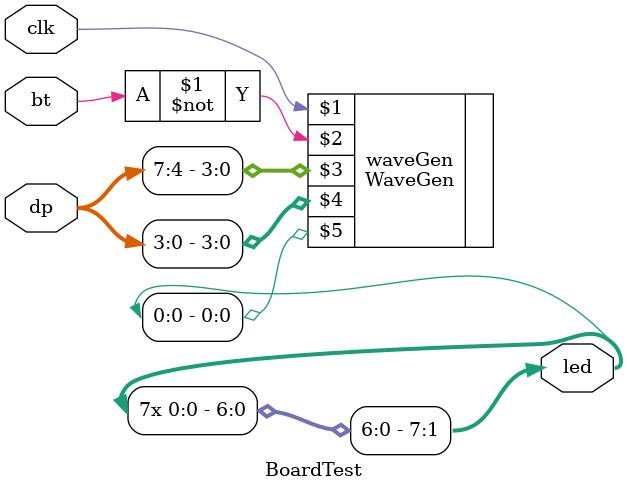
<source format=v>

`timescale 1ns / 1ps

module BoardTest( input wire clk, input wire [0:0] bt, input wire [7:0] dp, output wire [7:0] led );

	WaveGen waveGen( clk, ~bt[0], dp[7:4], dp[3:0], led[0] );
	
	assign led[1] = led[0];
	assign led[2] = led[0];
	assign led[3] = led[0];
	assign led[4] = led[0];
	assign led[5] = led[0];
	assign led[6] = led[0];
	assign led[7] = led[0];

endmodule

</source>
